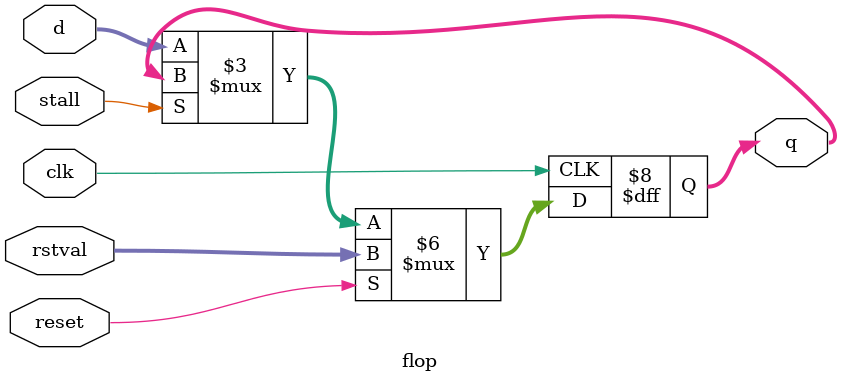
<source format=sv>
module flop #(parameter Width = 32) (
    input logic clk,
    input logic reset,
    input logic [Width-1:0] rstval /*= 'b0*/,
    output logic [Width-1:0] q,
    input logic [Width-1:0] d,
    input logic stall /*= 'b0*/
);
   always_ff @(posedge clk) begin
      if(reset)
         q <= rstval;
      else if(!stall)
         q <= d;
   end
endmodule

</source>
